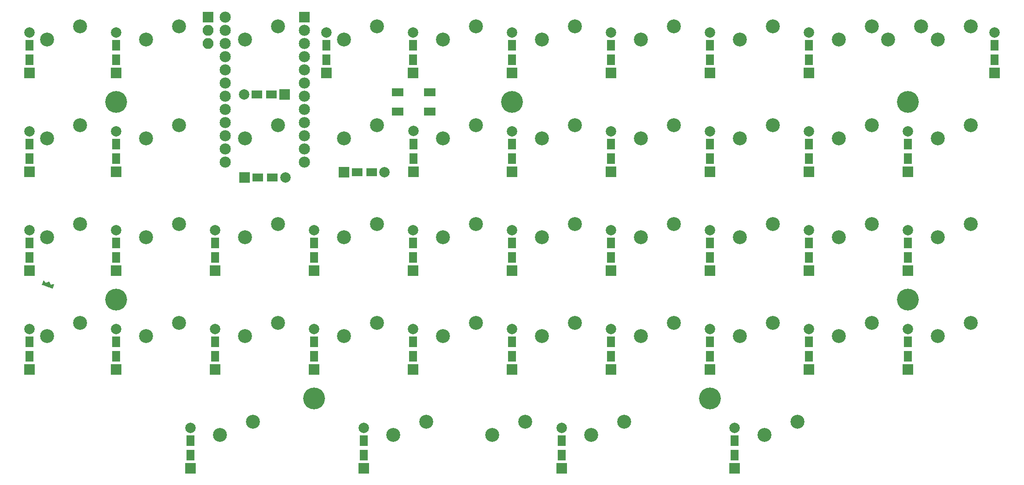
<source format=gbs>
G04 #@! TF.GenerationSoftware,KiCad,Pcbnew,(5.1.2)-2*
G04 #@! TF.CreationDate,2019-10-09T00:02:49-05:00*
G04 #@! TF.ProjectId,ai03-pcb-guide,61693033-2d70-4636-922d-67756964652e,rev?*
G04 #@! TF.SameCoordinates,Original*
G04 #@! TF.FileFunction,Soldermask,Bot*
G04 #@! TF.FilePolarity,Negative*
%FSLAX46Y46*%
G04 Gerber Fmt 4.6, Leading zero omitted, Abs format (unit mm)*
G04 Created by KiCad (PCBNEW (5.1.2)-2) date 2019-10-09 00:02:49*
%MOMM*%
%LPD*%
G04 APERTURE LIST*
%ADD10C,0.010000*%
%ADD11C,2.686000*%
%ADD12R,1.600000X2.000000*%
%ADD13C,2.000000*%
%ADD14R,2.000000X2.000000*%
%ADD15R,2.000000X1.600000*%
%ADD16C,2.152600*%
%ADD17R,2.152600X2.152600*%
%ADD18R,2.200000X1.500000*%
%ADD19C,4.200000*%
%ADD20O,2.100000X2.100000*%
%ADD21R,2.100000X2.100000*%
G04 APERTURE END LIST*
D10*
G36*
X81239553Y-84403211D02*
G01*
X81225127Y-84407716D01*
X81219200Y-84412914D01*
X81216850Y-84420001D01*
X81210094Y-84439512D01*
X81199375Y-84470189D01*
X81185134Y-84510776D01*
X81167814Y-84560013D01*
X81147856Y-84616646D01*
X81125703Y-84679415D01*
X81101797Y-84747065D01*
X81088581Y-84784427D01*
X81063973Y-84854135D01*
X81040962Y-84919631D01*
X81019983Y-84979657D01*
X81001468Y-85032957D01*
X80985852Y-85078276D01*
X80973568Y-85114357D01*
X80965051Y-85139943D01*
X80960735Y-85153778D01*
X80960299Y-85155917D01*
X80967290Y-85158568D01*
X80987199Y-85165783D01*
X81019258Y-85177291D01*
X81062702Y-85192820D01*
X81116763Y-85212096D01*
X81180675Y-85234848D01*
X81253671Y-85260802D01*
X81334984Y-85289686D01*
X81423847Y-85321229D01*
X81519494Y-85355156D01*
X81621157Y-85391196D01*
X81728071Y-85429077D01*
X81839469Y-85468525D01*
X81945446Y-85506035D01*
X82060620Y-85546796D01*
X82172222Y-85586300D01*
X82279467Y-85624271D01*
X82381571Y-85660429D01*
X82477750Y-85694498D01*
X82567221Y-85726199D01*
X82649198Y-85755254D01*
X82722899Y-85781386D01*
X82787539Y-85804316D01*
X82842334Y-85823767D01*
X82886500Y-85839460D01*
X82919253Y-85851118D01*
X82939808Y-85858463D01*
X82947223Y-85861152D01*
X82966189Y-85868486D01*
X83097950Y-85495086D01*
X83127174Y-85412227D01*
X83151852Y-85341961D01*
X83172259Y-85283194D01*
X83188673Y-85234828D01*
X83201369Y-85195769D01*
X83210623Y-85164919D01*
X83216711Y-85141184D01*
X83219910Y-85123468D01*
X83220495Y-85110674D01*
X83218744Y-85101706D01*
X83214931Y-85095470D01*
X83209333Y-85090868D01*
X83202226Y-85086805D01*
X83200991Y-85086144D01*
X83193617Y-85085047D01*
X83178890Y-85086212D01*
X83155796Y-85089842D01*
X83123319Y-85096144D01*
X83080443Y-85105320D01*
X83026153Y-85117576D01*
X82959434Y-85133115D01*
X82912685Y-85144178D01*
X82851415Y-85158765D01*
X82794331Y-85172395D01*
X82743033Y-85184683D01*
X82699120Y-85195245D01*
X82664190Y-85203696D01*
X82639843Y-85209651D01*
X82627677Y-85212725D01*
X82626809Y-85212972D01*
X82622246Y-85210585D01*
X82614356Y-85200993D01*
X82602682Y-85183411D01*
X82586767Y-85157056D01*
X82566152Y-85121143D01*
X82540381Y-85074887D01*
X82508996Y-85017503D01*
X82471540Y-84948208D01*
X82460666Y-84927986D01*
X82428369Y-84868038D01*
X82397870Y-84811746D01*
X82369913Y-84760463D01*
X82345244Y-84715543D01*
X82324609Y-84678337D01*
X82308753Y-84650199D01*
X82298421Y-84632482D01*
X82294718Y-84626814D01*
X82279542Y-84616493D01*
X82268547Y-84614010D01*
X82258892Y-84616719D01*
X82237278Y-84624518D01*
X82205114Y-84636846D01*
X82163810Y-84653141D01*
X82114777Y-84672842D01*
X82059423Y-84695390D01*
X81999160Y-84720222D01*
X81946600Y-84742091D01*
X81883878Y-84768220D01*
X81825366Y-84792437D01*
X81772400Y-84814199D01*
X81726318Y-84832966D01*
X81688454Y-84848195D01*
X81660146Y-84859345D01*
X81642729Y-84865875D01*
X81637480Y-84867381D01*
X81632676Y-84861184D01*
X81619978Y-84844726D01*
X81600340Y-84819251D01*
X81574721Y-84785999D01*
X81544076Y-84746212D01*
X81509363Y-84701134D01*
X81471539Y-84652005D01*
X81459131Y-84635885D01*
X81420113Y-84585513D01*
X81383405Y-84538723D01*
X81350036Y-84496783D01*
X81321034Y-84460961D01*
X81297430Y-84432524D01*
X81280251Y-84412739D01*
X81270529Y-84402874D01*
X81269251Y-84402049D01*
X81256316Y-84400876D01*
X81239553Y-84403211D01*
X81239553Y-84403211D01*
G37*
X81239553Y-84403211D02*
X81225127Y-84407716D01*
X81219200Y-84412914D01*
X81216850Y-84420001D01*
X81210094Y-84439512D01*
X81199375Y-84470189D01*
X81185134Y-84510776D01*
X81167814Y-84560013D01*
X81147856Y-84616646D01*
X81125703Y-84679415D01*
X81101797Y-84747065D01*
X81088581Y-84784427D01*
X81063973Y-84854135D01*
X81040962Y-84919631D01*
X81019983Y-84979657D01*
X81001468Y-85032957D01*
X80985852Y-85078276D01*
X80973568Y-85114357D01*
X80965051Y-85139943D01*
X80960735Y-85153778D01*
X80960299Y-85155917D01*
X80967290Y-85158568D01*
X80987199Y-85165783D01*
X81019258Y-85177291D01*
X81062702Y-85192820D01*
X81116763Y-85212096D01*
X81180675Y-85234848D01*
X81253671Y-85260802D01*
X81334984Y-85289686D01*
X81423847Y-85321229D01*
X81519494Y-85355156D01*
X81621157Y-85391196D01*
X81728071Y-85429077D01*
X81839469Y-85468525D01*
X81945446Y-85506035D01*
X82060620Y-85546796D01*
X82172222Y-85586300D01*
X82279467Y-85624271D01*
X82381571Y-85660429D01*
X82477750Y-85694498D01*
X82567221Y-85726199D01*
X82649198Y-85755254D01*
X82722899Y-85781386D01*
X82787539Y-85804316D01*
X82842334Y-85823767D01*
X82886500Y-85839460D01*
X82919253Y-85851118D01*
X82939808Y-85858463D01*
X82947223Y-85861152D01*
X82966189Y-85868486D01*
X83097950Y-85495086D01*
X83127174Y-85412227D01*
X83151852Y-85341961D01*
X83172259Y-85283194D01*
X83188673Y-85234828D01*
X83201369Y-85195769D01*
X83210623Y-85164919D01*
X83216711Y-85141184D01*
X83219910Y-85123468D01*
X83220495Y-85110674D01*
X83218744Y-85101706D01*
X83214931Y-85095470D01*
X83209333Y-85090868D01*
X83202226Y-85086805D01*
X83200991Y-85086144D01*
X83193617Y-85085047D01*
X83178890Y-85086212D01*
X83155796Y-85089842D01*
X83123319Y-85096144D01*
X83080443Y-85105320D01*
X83026153Y-85117576D01*
X82959434Y-85133115D01*
X82912685Y-85144178D01*
X82851415Y-85158765D01*
X82794331Y-85172395D01*
X82743033Y-85184683D01*
X82699120Y-85195245D01*
X82664190Y-85203696D01*
X82639843Y-85209651D01*
X82627677Y-85212725D01*
X82626809Y-85212972D01*
X82622246Y-85210585D01*
X82614356Y-85200993D01*
X82602682Y-85183411D01*
X82586767Y-85157056D01*
X82566152Y-85121143D01*
X82540381Y-85074887D01*
X82508996Y-85017503D01*
X82471540Y-84948208D01*
X82460666Y-84927986D01*
X82428369Y-84868038D01*
X82397870Y-84811746D01*
X82369913Y-84760463D01*
X82345244Y-84715543D01*
X82324609Y-84678337D01*
X82308753Y-84650199D01*
X82298421Y-84632482D01*
X82294718Y-84626814D01*
X82279542Y-84616493D01*
X82268547Y-84614010D01*
X82258892Y-84616719D01*
X82237278Y-84624518D01*
X82205114Y-84636846D01*
X82163810Y-84653141D01*
X82114777Y-84672842D01*
X82059423Y-84695390D01*
X81999160Y-84720222D01*
X81946600Y-84742091D01*
X81883878Y-84768220D01*
X81825366Y-84792437D01*
X81772400Y-84814199D01*
X81726318Y-84832966D01*
X81688454Y-84848195D01*
X81660146Y-84859345D01*
X81642729Y-84865875D01*
X81637480Y-84867381D01*
X81632676Y-84861184D01*
X81619978Y-84844726D01*
X81600340Y-84819251D01*
X81574721Y-84785999D01*
X81544076Y-84746212D01*
X81509363Y-84701134D01*
X81471539Y-84652005D01*
X81459131Y-84635885D01*
X81420113Y-84585513D01*
X81383405Y-84538723D01*
X81350036Y-84496783D01*
X81321034Y-84460961D01*
X81297430Y-84432524D01*
X81280251Y-84412739D01*
X81270529Y-84402874D01*
X81269251Y-84402049D01*
X81256316Y-84400876D01*
X81239553Y-84403211D01*
D11*
X154940000Y-111601250D03*
X148590000Y-114141250D03*
X173990000Y-111601250D03*
X167640000Y-114141250D03*
X250190000Y-35401250D03*
X243840000Y-37941250D03*
D12*
X247650000Y-77181250D03*
X247650000Y-79981250D03*
D13*
X247650000Y-74681250D03*
D14*
X247650000Y-82481250D03*
D12*
X247650000Y-58131250D03*
X247650000Y-60931250D03*
D13*
X247650000Y-55631250D03*
D14*
X247650000Y-63431250D03*
D12*
X228600000Y-58131250D03*
X228600000Y-60931250D03*
D13*
X228600000Y-55631250D03*
D14*
X228600000Y-63431250D03*
D12*
X228600000Y-39081250D03*
X228600000Y-41881250D03*
D13*
X228600000Y-36581250D03*
D14*
X228600000Y-44381250D03*
D12*
X209550000Y-96231250D03*
X209550000Y-99031250D03*
D13*
X209550000Y-93731250D03*
D14*
X209550000Y-101531250D03*
D12*
X209550000Y-77181250D03*
X209550000Y-79981250D03*
D13*
X209550000Y-74681250D03*
D14*
X209550000Y-82481250D03*
D12*
X209550000Y-58131250D03*
X209550000Y-60931250D03*
D13*
X209550000Y-55631250D03*
D14*
X209550000Y-63431250D03*
D12*
X209550000Y-39081250D03*
X209550000Y-41881250D03*
D13*
X209550000Y-36581250D03*
D14*
X209550000Y-44381250D03*
D12*
X214312500Y-115281250D03*
X214312500Y-118081250D03*
D13*
X214312500Y-112781250D03*
D14*
X214312500Y-120581250D03*
D12*
X190500000Y-39081250D03*
X190500000Y-41881250D03*
D13*
X190500000Y-36581250D03*
D14*
X190500000Y-44381250D03*
D12*
X171450000Y-96231250D03*
X171450000Y-99031250D03*
D13*
X171450000Y-93731250D03*
D14*
X171450000Y-101531250D03*
D12*
X171450000Y-77181250D03*
X171450000Y-79981250D03*
D13*
X171450000Y-74681250D03*
D14*
X171450000Y-82481250D03*
D12*
X171450000Y-39081250D03*
X171450000Y-41881250D03*
D13*
X171450000Y-36581250D03*
D14*
X171450000Y-44381250D03*
D12*
X152400000Y-96231250D03*
X152400000Y-99031250D03*
D13*
X152400000Y-93731250D03*
D14*
X152400000Y-101531250D03*
D12*
X152500000Y-58100000D03*
X152500000Y-60900000D03*
D13*
X152500000Y-55600000D03*
D14*
X152500000Y-63400000D03*
D12*
X133350000Y-96231250D03*
X133350000Y-99031250D03*
D13*
X133350000Y-93731250D03*
D14*
X133350000Y-101531250D03*
D12*
X114300000Y-77181250D03*
X114300000Y-79981250D03*
D13*
X114300000Y-74681250D03*
D14*
X114300000Y-82481250D03*
D12*
X95250000Y-96231250D03*
X95250000Y-99031250D03*
D13*
X95250000Y-93731250D03*
D14*
X95250000Y-101531250D03*
D12*
X95250000Y-77181250D03*
X95250000Y-79981250D03*
D13*
X95250000Y-74681250D03*
D14*
X95250000Y-82481250D03*
D12*
X95250000Y-39081250D03*
X95250000Y-41881250D03*
D13*
X95250000Y-36581250D03*
D14*
X95250000Y-44381250D03*
D12*
X78581250Y-96231250D03*
X78581250Y-99031250D03*
D13*
X78581250Y-93731250D03*
D14*
X78581250Y-101531250D03*
D12*
X78581250Y-77181250D03*
X78581250Y-79981250D03*
D13*
X78581250Y-74681250D03*
D14*
X78581250Y-82481250D03*
D12*
X78581250Y-58131250D03*
X78581250Y-60931250D03*
D13*
X78581250Y-55631250D03*
D14*
X78581250Y-63431250D03*
D12*
X78581250Y-39081250D03*
X78581250Y-41881250D03*
D13*
X78581250Y-36581250D03*
D14*
X78581250Y-44381250D03*
X247650000Y-101531250D03*
D13*
X247650000Y-93731250D03*
D12*
X247650000Y-99031250D03*
X247650000Y-96231250D03*
D14*
X264318750Y-44381250D03*
D13*
X264318750Y-36581250D03*
D12*
X264318750Y-41881250D03*
X264318750Y-39081250D03*
D14*
X228600000Y-101531250D03*
D13*
X228600000Y-93731250D03*
D12*
X228600000Y-99031250D03*
X228600000Y-96231250D03*
D14*
X228600000Y-82481250D03*
D13*
X228600000Y-74681250D03*
D12*
X228600000Y-79981250D03*
X228600000Y-77181250D03*
D14*
X190500000Y-101531250D03*
D13*
X190500000Y-93731250D03*
D12*
X190500000Y-99031250D03*
X190500000Y-96231250D03*
D14*
X190500000Y-82481250D03*
D13*
X190500000Y-74681250D03*
D12*
X190500000Y-79981250D03*
X190500000Y-77181250D03*
D14*
X190500000Y-63431250D03*
D13*
X190500000Y-55631250D03*
D12*
X190500000Y-60931250D03*
X190500000Y-58131250D03*
D14*
X180975000Y-120581250D03*
D13*
X180975000Y-112781250D03*
D12*
X180975000Y-118081250D03*
X180975000Y-115281250D03*
D14*
X171450000Y-63431250D03*
D13*
X171450000Y-55631250D03*
D12*
X171450000Y-60931250D03*
X171450000Y-58131250D03*
D14*
X142875000Y-120581250D03*
D13*
X142875000Y-112781250D03*
D12*
X142875000Y-118081250D03*
X142875000Y-115281250D03*
D14*
X152400000Y-82481250D03*
D13*
X152400000Y-74681250D03*
D12*
X152400000Y-79981250D03*
X152400000Y-77181250D03*
D14*
X152400000Y-44381250D03*
D13*
X152400000Y-36581250D03*
D12*
X152400000Y-41881250D03*
X152400000Y-39081250D03*
D14*
X109537500Y-120581250D03*
D13*
X109537500Y-112781250D03*
D12*
X109537500Y-118081250D03*
X109537500Y-115281250D03*
D14*
X133350000Y-82481250D03*
D13*
X133350000Y-74681250D03*
D12*
X133350000Y-79981250D03*
X133350000Y-77181250D03*
D14*
X139100000Y-63500000D03*
D13*
X146900000Y-63500000D03*
D15*
X141600000Y-63500000D03*
X144400000Y-63500000D03*
D14*
X135731250Y-44381250D03*
D13*
X135731250Y-36581250D03*
D12*
X135731250Y-41881250D03*
X135731250Y-39081250D03*
D14*
X114300000Y-101531250D03*
D13*
X114300000Y-93731250D03*
D12*
X114300000Y-99031250D03*
X114300000Y-96231250D03*
D14*
X120000000Y-64500000D03*
D13*
X127800000Y-64500000D03*
D15*
X122500000Y-64500000D03*
X125300000Y-64500000D03*
D14*
X127650000Y-48500000D03*
D13*
X119850000Y-48500000D03*
D15*
X125150000Y-48500000D03*
X122350000Y-48500000D03*
D14*
X95250000Y-63431250D03*
D13*
X95250000Y-55631250D03*
D12*
X95250000Y-60931250D03*
X95250000Y-58131250D03*
D16*
X116205000Y-33655000D03*
X131445000Y-61595000D03*
X116205000Y-36195000D03*
X116205000Y-38735000D03*
X116205000Y-41275000D03*
X116205000Y-43815000D03*
X116205000Y-46355000D03*
X116205000Y-48895000D03*
X116205000Y-51435000D03*
X116205000Y-53975000D03*
X116205000Y-56515000D03*
X116205000Y-59055000D03*
X116205000Y-61595000D03*
X131445000Y-59055000D03*
X131445000Y-56515000D03*
X131445000Y-53975000D03*
X131445000Y-51435000D03*
X131445000Y-48895000D03*
X131445000Y-46355000D03*
X131445000Y-43815000D03*
X131445000Y-41275000D03*
X131445000Y-38735000D03*
X131445000Y-36195000D03*
D17*
X131445000Y-33655000D03*
D11*
X126365000Y-54451250D03*
X120015000Y-56991250D03*
X107315000Y-73501250D03*
X100965000Y-76041250D03*
X107315000Y-35401250D03*
X100965000Y-37941250D03*
D18*
X149400000Y-51850000D03*
X155600000Y-51850000D03*
X149400000Y-48150000D03*
X155600000Y-48150000D03*
D11*
X226377500Y-111601250D03*
X220027500Y-114141250D03*
X193040000Y-111601250D03*
X186690000Y-114141250D03*
D19*
X171450000Y-50006250D03*
X95250000Y-88106250D03*
X247650000Y-50006250D03*
X247650000Y-88106250D03*
X209550000Y-107156250D03*
X133350000Y-107156250D03*
X95250000Y-50006250D03*
D11*
X115252500Y-114141250D03*
X121602500Y-111601250D03*
X259715000Y-73501250D03*
X253365000Y-76041250D03*
X221615000Y-73501250D03*
X215265000Y-76041250D03*
X107315000Y-54451250D03*
X100965000Y-56991250D03*
D20*
X112900000Y-38740000D03*
X112900000Y-36200000D03*
D21*
X112900000Y-33660000D03*
D11*
X126365000Y-73501250D03*
X120015000Y-76041250D03*
X88265000Y-92551250D03*
X81915000Y-95091250D03*
X183515000Y-54451250D03*
X177165000Y-56991250D03*
X107315000Y-92551250D03*
X100965000Y-95091250D03*
X145415000Y-92551250D03*
X139065000Y-95091250D03*
X202565000Y-54451250D03*
X196215000Y-56991250D03*
X164465000Y-54451250D03*
X158115000Y-56991250D03*
X259715000Y-92551250D03*
X253365000Y-95091250D03*
X145415000Y-54451250D03*
X139065000Y-56991250D03*
X88265000Y-54451250D03*
X81915000Y-56991250D03*
X240665000Y-92551250D03*
X234315000Y-95091250D03*
X259715000Y-54451250D03*
X253365000Y-56991250D03*
X240665000Y-54451250D03*
X234315000Y-56991250D03*
X183515000Y-92551250D03*
X177165000Y-95091250D03*
X202565000Y-92551250D03*
X196215000Y-95091250D03*
X240665000Y-73501250D03*
X234315000Y-76041250D03*
X202565000Y-73501250D03*
X196215000Y-76041250D03*
X221615000Y-54451250D03*
X215265000Y-56991250D03*
X183515000Y-73501250D03*
X177165000Y-76041250D03*
X164465000Y-73501250D03*
X158115000Y-76041250D03*
X145415000Y-73501250D03*
X139065000Y-76041250D03*
X221615000Y-92551250D03*
X215265000Y-95091250D03*
X126365000Y-92551250D03*
X120015000Y-95091250D03*
X164465000Y-92551250D03*
X158115000Y-95091250D03*
X88265000Y-73501250D03*
X81915000Y-76041250D03*
X240665000Y-35401250D03*
X234315000Y-37941250D03*
X221615000Y-35401250D03*
X215265000Y-37941250D03*
X202565000Y-35401250D03*
X196215000Y-37941250D03*
X183515000Y-35401250D03*
X177165000Y-37941250D03*
X164465000Y-35401250D03*
X158115000Y-37941250D03*
X145415000Y-35401250D03*
X139065000Y-37941250D03*
X126365000Y-35401250D03*
X120015000Y-37941250D03*
X88265000Y-35401250D03*
X81915000Y-37941250D03*
X259715000Y-35401250D03*
X253365000Y-37941250D03*
M02*

</source>
